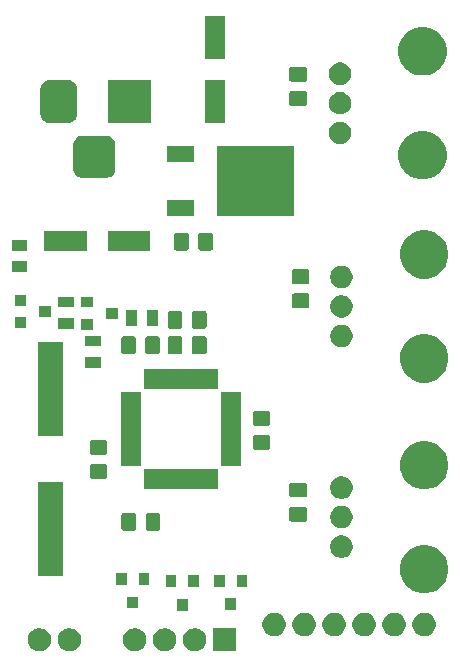
<source format=gbr>
G04 #@! TF.GenerationSoftware,KiCad,Pcbnew,5.0.2-bee76a0~70~ubuntu18.04.1*
G04 #@! TF.CreationDate,2019-12-16T19:01:30-05:00*
G04 #@! TF.ProjectId,LEDStuff,4c454453-7475-4666-962e-6b696361645f,rev?*
G04 #@! TF.SameCoordinates,Original*
G04 #@! TF.FileFunction,Soldermask,Top*
G04 #@! TF.FilePolarity,Negative*
%FSLAX46Y46*%
G04 Gerber Fmt 4.6, Leading zero omitted, Abs format (unit mm)*
G04 Created by KiCad (PCBNEW 5.0.2-bee76a0~70~ubuntu18.04.1) date Mon 16 Dec 2019 07:01:30 PM EST*
%MOMM*%
%LPD*%
G01*
G04 APERTURE LIST*
%ADD10C,0.100000*%
G04 APERTURE END LIST*
D10*
G36*
X136829003Y-120347275D02*
X136829005Y-120347276D01*
X136829006Y-120347276D01*
X137009320Y-120421964D01*
X137169410Y-120528933D01*
X137171601Y-120530397D01*
X137309603Y-120668399D01*
X137309605Y-120668402D01*
X137418036Y-120830680D01*
X137492724Y-121010994D01*
X137530800Y-121202415D01*
X137530800Y-121397585D01*
X137492724Y-121589006D01*
X137418036Y-121769320D01*
X137418035Y-121769321D01*
X137309603Y-121931601D01*
X137171601Y-122069603D01*
X137171598Y-122069605D01*
X137009320Y-122178036D01*
X136829006Y-122252724D01*
X136829005Y-122252724D01*
X136829003Y-122252725D01*
X136637587Y-122290800D01*
X136442413Y-122290800D01*
X136250997Y-122252725D01*
X136250995Y-122252724D01*
X136250994Y-122252724D01*
X136070680Y-122178036D01*
X135908402Y-122069605D01*
X135908399Y-122069603D01*
X135770397Y-121931601D01*
X135661965Y-121769321D01*
X135661964Y-121769320D01*
X135587276Y-121589006D01*
X135549200Y-121397585D01*
X135549200Y-121202415D01*
X135587276Y-121010994D01*
X135661964Y-120830680D01*
X135770395Y-120668402D01*
X135770397Y-120668399D01*
X135908399Y-120530397D01*
X135910590Y-120528933D01*
X136070680Y-120421964D01*
X136250994Y-120347276D01*
X136250995Y-120347276D01*
X136250997Y-120347275D01*
X136442413Y-120309200D01*
X136637587Y-120309200D01*
X136829003Y-120347275D01*
X136829003Y-120347275D01*
G37*
G36*
X147449003Y-120347275D02*
X147449005Y-120347276D01*
X147449006Y-120347276D01*
X147629320Y-120421964D01*
X147789410Y-120528933D01*
X147791601Y-120530397D01*
X147929603Y-120668399D01*
X147929605Y-120668402D01*
X148038036Y-120830680D01*
X148112724Y-121010994D01*
X148150800Y-121202415D01*
X148150800Y-121397585D01*
X148112724Y-121589006D01*
X148038036Y-121769320D01*
X148038035Y-121769321D01*
X147929603Y-121931601D01*
X147791601Y-122069603D01*
X147791598Y-122069605D01*
X147629320Y-122178036D01*
X147449006Y-122252724D01*
X147449005Y-122252724D01*
X147449003Y-122252725D01*
X147257587Y-122290800D01*
X147062413Y-122290800D01*
X146870997Y-122252725D01*
X146870995Y-122252724D01*
X146870994Y-122252724D01*
X146690680Y-122178036D01*
X146528402Y-122069605D01*
X146528399Y-122069603D01*
X146390397Y-121931601D01*
X146281965Y-121769321D01*
X146281964Y-121769320D01*
X146207276Y-121589006D01*
X146169200Y-121397585D01*
X146169200Y-121202415D01*
X146207276Y-121010994D01*
X146281964Y-120830680D01*
X146390395Y-120668402D01*
X146390397Y-120668399D01*
X146528399Y-120530397D01*
X146530590Y-120528933D01*
X146690680Y-120421964D01*
X146870994Y-120347276D01*
X146870995Y-120347276D01*
X146870997Y-120347275D01*
X147062413Y-120309200D01*
X147257587Y-120309200D01*
X147449003Y-120347275D01*
X147449003Y-120347275D01*
G37*
G36*
X150690800Y-122290800D02*
X148709200Y-122290800D01*
X148709200Y-120309200D01*
X150690800Y-120309200D01*
X150690800Y-122290800D01*
X150690800Y-122290800D01*
G37*
G36*
X144909003Y-120347275D02*
X144909005Y-120347276D01*
X144909006Y-120347276D01*
X145089320Y-120421964D01*
X145249410Y-120528933D01*
X145251601Y-120530397D01*
X145389603Y-120668399D01*
X145389605Y-120668402D01*
X145498036Y-120830680D01*
X145572724Y-121010994D01*
X145610800Y-121202415D01*
X145610800Y-121397585D01*
X145572724Y-121589006D01*
X145498036Y-121769320D01*
X145498035Y-121769321D01*
X145389603Y-121931601D01*
X145251601Y-122069603D01*
X145251598Y-122069605D01*
X145089320Y-122178036D01*
X144909006Y-122252724D01*
X144909005Y-122252724D01*
X144909003Y-122252725D01*
X144717587Y-122290800D01*
X144522413Y-122290800D01*
X144330997Y-122252725D01*
X144330995Y-122252724D01*
X144330994Y-122252724D01*
X144150680Y-122178036D01*
X143988402Y-122069605D01*
X143988399Y-122069603D01*
X143850397Y-121931601D01*
X143741965Y-121769321D01*
X143741964Y-121769320D01*
X143667276Y-121589006D01*
X143629200Y-121397585D01*
X143629200Y-121202415D01*
X143667276Y-121010994D01*
X143741964Y-120830680D01*
X143850395Y-120668402D01*
X143850397Y-120668399D01*
X143988399Y-120530397D01*
X143990590Y-120528933D01*
X144150680Y-120421964D01*
X144330994Y-120347276D01*
X144330995Y-120347276D01*
X144330997Y-120347275D01*
X144522413Y-120309200D01*
X144717587Y-120309200D01*
X144909003Y-120347275D01*
X144909003Y-120347275D01*
G37*
G36*
X134289003Y-120347275D02*
X134289005Y-120347276D01*
X134289006Y-120347276D01*
X134469320Y-120421964D01*
X134629410Y-120528933D01*
X134631601Y-120530397D01*
X134769603Y-120668399D01*
X134769605Y-120668402D01*
X134878036Y-120830680D01*
X134952724Y-121010994D01*
X134990800Y-121202415D01*
X134990800Y-121397585D01*
X134952724Y-121589006D01*
X134878036Y-121769320D01*
X134878035Y-121769321D01*
X134769603Y-121931601D01*
X134631601Y-122069603D01*
X134631598Y-122069605D01*
X134469320Y-122178036D01*
X134289006Y-122252724D01*
X134289005Y-122252724D01*
X134289003Y-122252725D01*
X134097587Y-122290800D01*
X133902413Y-122290800D01*
X133710997Y-122252725D01*
X133710995Y-122252724D01*
X133710994Y-122252724D01*
X133530680Y-122178036D01*
X133368402Y-122069605D01*
X133368399Y-122069603D01*
X133230397Y-121931601D01*
X133121965Y-121769321D01*
X133121964Y-121769320D01*
X133047276Y-121589006D01*
X133009200Y-121397585D01*
X133009200Y-121202415D01*
X133047276Y-121010994D01*
X133121964Y-120830680D01*
X133230395Y-120668402D01*
X133230397Y-120668399D01*
X133368399Y-120530397D01*
X133370590Y-120528933D01*
X133530680Y-120421964D01*
X133710994Y-120347276D01*
X133710995Y-120347276D01*
X133710997Y-120347275D01*
X133902413Y-120309200D01*
X134097587Y-120309200D01*
X134289003Y-120347275D01*
X134289003Y-120347275D01*
G37*
G36*
X142369003Y-120347275D02*
X142369005Y-120347276D01*
X142369006Y-120347276D01*
X142549320Y-120421964D01*
X142709410Y-120528933D01*
X142711601Y-120530397D01*
X142849603Y-120668399D01*
X142849605Y-120668402D01*
X142958036Y-120830680D01*
X143032724Y-121010994D01*
X143070800Y-121202415D01*
X143070800Y-121397585D01*
X143032724Y-121589006D01*
X142958036Y-121769320D01*
X142958035Y-121769321D01*
X142849603Y-121931601D01*
X142711601Y-122069603D01*
X142711598Y-122069605D01*
X142549320Y-122178036D01*
X142369006Y-122252724D01*
X142369005Y-122252724D01*
X142369003Y-122252725D01*
X142177587Y-122290800D01*
X141982413Y-122290800D01*
X141790997Y-122252725D01*
X141790995Y-122252724D01*
X141790994Y-122252724D01*
X141610680Y-122178036D01*
X141448402Y-122069605D01*
X141448399Y-122069603D01*
X141310397Y-121931601D01*
X141201965Y-121769321D01*
X141201964Y-121769320D01*
X141127276Y-121589006D01*
X141089200Y-121397585D01*
X141089200Y-121202415D01*
X141127276Y-121010994D01*
X141201964Y-120830680D01*
X141310395Y-120668402D01*
X141310397Y-120668399D01*
X141448399Y-120530397D01*
X141450590Y-120528933D01*
X141610680Y-120421964D01*
X141790994Y-120347276D01*
X141790995Y-120347276D01*
X141790997Y-120347275D01*
X141982413Y-120309200D01*
X142177587Y-120309200D01*
X142369003Y-120347275D01*
X142369003Y-120347275D01*
G37*
G36*
X166869003Y-119047275D02*
X166869005Y-119047276D01*
X166869006Y-119047276D01*
X167049320Y-119121964D01*
X167049321Y-119121965D01*
X167211601Y-119230397D01*
X167349603Y-119368399D01*
X167349605Y-119368402D01*
X167458036Y-119530680D01*
X167532724Y-119710994D01*
X167570800Y-119902415D01*
X167570800Y-120097585D01*
X167532724Y-120289006D01*
X167458036Y-120469320D01*
X167351067Y-120629410D01*
X167349603Y-120631601D01*
X167211601Y-120769603D01*
X167211598Y-120769605D01*
X167049320Y-120878036D01*
X166869006Y-120952724D01*
X166869005Y-120952724D01*
X166869003Y-120952725D01*
X166677587Y-120990800D01*
X166482413Y-120990800D01*
X166290997Y-120952725D01*
X166290995Y-120952724D01*
X166290994Y-120952724D01*
X166110680Y-120878036D01*
X165948402Y-120769605D01*
X165948399Y-120769603D01*
X165810397Y-120631601D01*
X165808933Y-120629410D01*
X165701964Y-120469320D01*
X165627276Y-120289006D01*
X165589200Y-120097585D01*
X165589200Y-119902415D01*
X165627276Y-119710994D01*
X165701964Y-119530680D01*
X165810395Y-119368402D01*
X165810397Y-119368399D01*
X165948399Y-119230397D01*
X166110679Y-119121965D01*
X166110680Y-119121964D01*
X166290994Y-119047276D01*
X166290995Y-119047276D01*
X166290997Y-119047275D01*
X166482413Y-119009200D01*
X166677587Y-119009200D01*
X166869003Y-119047275D01*
X166869003Y-119047275D01*
G37*
G36*
X154169003Y-119047275D02*
X154169005Y-119047276D01*
X154169006Y-119047276D01*
X154349320Y-119121964D01*
X154349321Y-119121965D01*
X154511601Y-119230397D01*
X154649603Y-119368399D01*
X154649605Y-119368402D01*
X154758036Y-119530680D01*
X154832724Y-119710994D01*
X154870800Y-119902415D01*
X154870800Y-120097585D01*
X154832724Y-120289006D01*
X154758036Y-120469320D01*
X154651067Y-120629410D01*
X154649603Y-120631601D01*
X154511601Y-120769603D01*
X154511598Y-120769605D01*
X154349320Y-120878036D01*
X154169006Y-120952724D01*
X154169005Y-120952724D01*
X154169003Y-120952725D01*
X153977587Y-120990800D01*
X153782413Y-120990800D01*
X153590997Y-120952725D01*
X153590995Y-120952724D01*
X153590994Y-120952724D01*
X153410680Y-120878036D01*
X153248402Y-120769605D01*
X153248399Y-120769603D01*
X153110397Y-120631601D01*
X153108933Y-120629410D01*
X153001964Y-120469320D01*
X152927276Y-120289006D01*
X152889200Y-120097585D01*
X152889200Y-119902415D01*
X152927276Y-119710994D01*
X153001964Y-119530680D01*
X153110395Y-119368402D01*
X153110397Y-119368399D01*
X153248399Y-119230397D01*
X153410679Y-119121965D01*
X153410680Y-119121964D01*
X153590994Y-119047276D01*
X153590995Y-119047276D01*
X153590997Y-119047275D01*
X153782413Y-119009200D01*
X153977587Y-119009200D01*
X154169003Y-119047275D01*
X154169003Y-119047275D01*
G37*
G36*
X156709003Y-119047275D02*
X156709005Y-119047276D01*
X156709006Y-119047276D01*
X156889320Y-119121964D01*
X156889321Y-119121965D01*
X157051601Y-119230397D01*
X157189603Y-119368399D01*
X157189605Y-119368402D01*
X157298036Y-119530680D01*
X157372724Y-119710994D01*
X157410800Y-119902415D01*
X157410800Y-120097585D01*
X157372724Y-120289006D01*
X157298036Y-120469320D01*
X157191067Y-120629410D01*
X157189603Y-120631601D01*
X157051601Y-120769603D01*
X157051598Y-120769605D01*
X156889320Y-120878036D01*
X156709006Y-120952724D01*
X156709005Y-120952724D01*
X156709003Y-120952725D01*
X156517587Y-120990800D01*
X156322413Y-120990800D01*
X156130997Y-120952725D01*
X156130995Y-120952724D01*
X156130994Y-120952724D01*
X155950680Y-120878036D01*
X155788402Y-120769605D01*
X155788399Y-120769603D01*
X155650397Y-120631601D01*
X155648933Y-120629410D01*
X155541964Y-120469320D01*
X155467276Y-120289006D01*
X155429200Y-120097585D01*
X155429200Y-119902415D01*
X155467276Y-119710994D01*
X155541964Y-119530680D01*
X155650395Y-119368402D01*
X155650397Y-119368399D01*
X155788399Y-119230397D01*
X155950679Y-119121965D01*
X155950680Y-119121964D01*
X156130994Y-119047276D01*
X156130995Y-119047276D01*
X156130997Y-119047275D01*
X156322413Y-119009200D01*
X156517587Y-119009200D01*
X156709003Y-119047275D01*
X156709003Y-119047275D01*
G37*
G36*
X161789003Y-119047275D02*
X161789005Y-119047276D01*
X161789006Y-119047276D01*
X161969320Y-119121964D01*
X161969321Y-119121965D01*
X162131601Y-119230397D01*
X162269603Y-119368399D01*
X162269605Y-119368402D01*
X162378036Y-119530680D01*
X162452724Y-119710994D01*
X162490800Y-119902415D01*
X162490800Y-120097585D01*
X162452724Y-120289006D01*
X162378036Y-120469320D01*
X162271067Y-120629410D01*
X162269603Y-120631601D01*
X162131601Y-120769603D01*
X162131598Y-120769605D01*
X161969320Y-120878036D01*
X161789006Y-120952724D01*
X161789005Y-120952724D01*
X161789003Y-120952725D01*
X161597587Y-120990800D01*
X161402413Y-120990800D01*
X161210997Y-120952725D01*
X161210995Y-120952724D01*
X161210994Y-120952724D01*
X161030680Y-120878036D01*
X160868402Y-120769605D01*
X160868399Y-120769603D01*
X160730397Y-120631601D01*
X160728933Y-120629410D01*
X160621964Y-120469320D01*
X160547276Y-120289006D01*
X160509200Y-120097585D01*
X160509200Y-119902415D01*
X160547276Y-119710994D01*
X160621964Y-119530680D01*
X160730395Y-119368402D01*
X160730397Y-119368399D01*
X160868399Y-119230397D01*
X161030679Y-119121965D01*
X161030680Y-119121964D01*
X161210994Y-119047276D01*
X161210995Y-119047276D01*
X161210997Y-119047275D01*
X161402413Y-119009200D01*
X161597587Y-119009200D01*
X161789003Y-119047275D01*
X161789003Y-119047275D01*
G37*
G36*
X164329003Y-119047275D02*
X164329005Y-119047276D01*
X164329006Y-119047276D01*
X164509320Y-119121964D01*
X164509321Y-119121965D01*
X164671601Y-119230397D01*
X164809603Y-119368399D01*
X164809605Y-119368402D01*
X164918036Y-119530680D01*
X164992724Y-119710994D01*
X165030800Y-119902415D01*
X165030800Y-120097585D01*
X164992724Y-120289006D01*
X164918036Y-120469320D01*
X164811067Y-120629410D01*
X164809603Y-120631601D01*
X164671601Y-120769603D01*
X164671598Y-120769605D01*
X164509320Y-120878036D01*
X164329006Y-120952724D01*
X164329005Y-120952724D01*
X164329003Y-120952725D01*
X164137587Y-120990800D01*
X163942413Y-120990800D01*
X163750997Y-120952725D01*
X163750995Y-120952724D01*
X163750994Y-120952724D01*
X163570680Y-120878036D01*
X163408402Y-120769605D01*
X163408399Y-120769603D01*
X163270397Y-120631601D01*
X163268933Y-120629410D01*
X163161964Y-120469320D01*
X163087276Y-120289006D01*
X163049200Y-120097585D01*
X163049200Y-119902415D01*
X163087276Y-119710994D01*
X163161964Y-119530680D01*
X163270395Y-119368402D01*
X163270397Y-119368399D01*
X163408399Y-119230397D01*
X163570679Y-119121965D01*
X163570680Y-119121964D01*
X163750994Y-119047276D01*
X163750995Y-119047276D01*
X163750997Y-119047275D01*
X163942413Y-119009200D01*
X164137587Y-119009200D01*
X164329003Y-119047275D01*
X164329003Y-119047275D01*
G37*
G36*
X159249003Y-119047275D02*
X159249005Y-119047276D01*
X159249006Y-119047276D01*
X159429320Y-119121964D01*
X159429321Y-119121965D01*
X159591601Y-119230397D01*
X159729603Y-119368399D01*
X159729605Y-119368402D01*
X159838036Y-119530680D01*
X159912724Y-119710994D01*
X159950800Y-119902415D01*
X159950800Y-120097585D01*
X159912724Y-120289006D01*
X159838036Y-120469320D01*
X159731067Y-120629410D01*
X159729603Y-120631601D01*
X159591601Y-120769603D01*
X159591598Y-120769605D01*
X159429320Y-120878036D01*
X159249006Y-120952724D01*
X159249005Y-120952724D01*
X159249003Y-120952725D01*
X159057587Y-120990800D01*
X158862413Y-120990800D01*
X158670997Y-120952725D01*
X158670995Y-120952724D01*
X158670994Y-120952724D01*
X158490680Y-120878036D01*
X158328402Y-120769605D01*
X158328399Y-120769603D01*
X158190397Y-120631601D01*
X158188933Y-120629410D01*
X158081964Y-120469320D01*
X158007276Y-120289006D01*
X157969200Y-120097585D01*
X157969200Y-119902415D01*
X158007276Y-119710994D01*
X158081964Y-119530680D01*
X158190395Y-119368402D01*
X158190397Y-119368399D01*
X158328399Y-119230397D01*
X158490679Y-119121965D01*
X158490680Y-119121964D01*
X158670994Y-119047276D01*
X158670995Y-119047276D01*
X158670997Y-119047275D01*
X158862413Y-119009200D01*
X159057587Y-119009200D01*
X159249003Y-119047275D01*
X159249003Y-119047275D01*
G37*
G36*
X146551800Y-118823600D02*
X145649800Y-118823600D01*
X145649800Y-117821600D01*
X146551800Y-117821600D01*
X146551800Y-118823600D01*
X146551800Y-118823600D01*
G37*
G36*
X150653900Y-118798200D02*
X149751900Y-118798200D01*
X149751900Y-117796200D01*
X150653900Y-117796200D01*
X150653900Y-118798200D01*
X150653900Y-118798200D01*
G37*
G36*
X142360800Y-118645800D02*
X141458800Y-118645800D01*
X141458800Y-117643800D01*
X142360800Y-117643800D01*
X142360800Y-118645800D01*
X142360800Y-118645800D01*
G37*
G36*
X167173752Y-113338818D02*
X167173754Y-113338819D01*
X167173755Y-113338819D01*
X167547013Y-113493427D01*
X167838804Y-113688396D01*
X167882939Y-113717886D01*
X168168614Y-114003561D01*
X168168616Y-114003564D01*
X168393073Y-114339487D01*
X168402398Y-114362000D01*
X168547682Y-114712748D01*
X168626500Y-115108993D01*
X168626500Y-115513007D01*
X168600484Y-115643800D01*
X168547681Y-115909255D01*
X168393073Y-116282513D01*
X168393072Y-116282514D01*
X168168614Y-116618439D01*
X167882939Y-116904114D01*
X167882936Y-116904116D01*
X167547013Y-117128573D01*
X167173755Y-117283181D01*
X167173754Y-117283181D01*
X167173752Y-117283182D01*
X166777507Y-117362000D01*
X166373493Y-117362000D01*
X165977248Y-117283182D01*
X165977246Y-117283181D01*
X165977245Y-117283181D01*
X165603987Y-117128573D01*
X165268064Y-116904116D01*
X165268061Y-116904114D01*
X164982386Y-116618439D01*
X164757928Y-116282514D01*
X164757927Y-116282513D01*
X164603319Y-115909255D01*
X164550517Y-115643800D01*
X164524500Y-115513007D01*
X164524500Y-115108993D01*
X164603318Y-114712748D01*
X164748602Y-114362000D01*
X164757927Y-114339487D01*
X164982384Y-114003564D01*
X164982386Y-114003561D01*
X165268061Y-113717886D01*
X165312196Y-113688396D01*
X165603987Y-113493427D01*
X165977245Y-113338819D01*
X165977246Y-113338819D01*
X165977248Y-113338818D01*
X166373493Y-113260000D01*
X166777507Y-113260000D01*
X167173752Y-113338818D01*
X167173752Y-113338818D01*
G37*
G36*
X147501800Y-116823600D02*
X146599800Y-116823600D01*
X146599800Y-115821600D01*
X147501800Y-115821600D01*
X147501800Y-116823600D01*
X147501800Y-116823600D01*
G37*
G36*
X145601800Y-116823600D02*
X144699800Y-116823600D01*
X144699800Y-115821600D01*
X145601800Y-115821600D01*
X145601800Y-116823600D01*
X145601800Y-116823600D01*
G37*
G36*
X151603900Y-116798200D02*
X150701900Y-116798200D01*
X150701900Y-115796200D01*
X151603900Y-115796200D01*
X151603900Y-116798200D01*
X151603900Y-116798200D01*
G37*
G36*
X149703900Y-116798200D02*
X148801900Y-116798200D01*
X148801900Y-115796200D01*
X149703900Y-115796200D01*
X149703900Y-116798200D01*
X149703900Y-116798200D01*
G37*
G36*
X143310800Y-116645800D02*
X142408800Y-116645800D01*
X142408800Y-115643800D01*
X143310800Y-115643800D01*
X143310800Y-116645800D01*
X143310800Y-116645800D01*
G37*
G36*
X141410800Y-116645800D02*
X140508800Y-116645800D01*
X140508800Y-115643800D01*
X141410800Y-115643800D01*
X141410800Y-116645800D01*
X141410800Y-116645800D01*
G37*
G36*
X136026600Y-115920200D02*
X133924600Y-115920200D01*
X133924600Y-107943200D01*
X136026600Y-107943200D01*
X136026600Y-115920200D01*
X136026600Y-115920200D01*
G37*
G36*
X159852896Y-112496546D02*
X160025966Y-112568234D01*
X160181730Y-112672312D01*
X160314188Y-112804770D01*
X160418266Y-112960534D01*
X160489954Y-113133604D01*
X160526500Y-113317333D01*
X160526500Y-113504667D01*
X160489954Y-113688396D01*
X160418266Y-113861466D01*
X160314188Y-114017230D01*
X160181730Y-114149688D01*
X160025966Y-114253766D01*
X159852896Y-114325454D01*
X159669167Y-114362000D01*
X159481833Y-114362000D01*
X159298104Y-114325454D01*
X159125034Y-114253766D01*
X158969270Y-114149688D01*
X158836812Y-114017230D01*
X158732734Y-113861466D01*
X158661046Y-113688396D01*
X158624500Y-113504667D01*
X158624500Y-113317333D01*
X158661046Y-113133604D01*
X158732734Y-112960534D01*
X158836812Y-112804770D01*
X158969270Y-112672312D01*
X159125034Y-112568234D01*
X159298104Y-112496546D01*
X159481833Y-112460000D01*
X159669167Y-112460000D01*
X159852896Y-112496546D01*
X159852896Y-112496546D01*
G37*
G36*
X144087977Y-110556265D02*
X144125664Y-110567698D01*
X144160403Y-110586266D01*
X144190848Y-110611252D01*
X144215834Y-110641697D01*
X144234402Y-110676436D01*
X144245835Y-110714123D01*
X144250300Y-110759461D01*
X144250300Y-111846139D01*
X144245835Y-111891477D01*
X144234402Y-111929164D01*
X144215834Y-111963903D01*
X144190848Y-111994348D01*
X144160403Y-112019334D01*
X144125664Y-112037902D01*
X144087977Y-112049335D01*
X144042639Y-112053800D01*
X143205961Y-112053800D01*
X143160623Y-112049335D01*
X143122936Y-112037902D01*
X143088197Y-112019334D01*
X143057752Y-111994348D01*
X143032766Y-111963903D01*
X143014198Y-111929164D01*
X143002765Y-111891477D01*
X142998300Y-111846139D01*
X142998300Y-110759461D01*
X143002765Y-110714123D01*
X143014198Y-110676436D01*
X143032766Y-110641697D01*
X143057752Y-110611252D01*
X143088197Y-110586266D01*
X143122936Y-110567698D01*
X143160623Y-110556265D01*
X143205961Y-110551800D01*
X144042639Y-110551800D01*
X144087977Y-110556265D01*
X144087977Y-110556265D01*
G37*
G36*
X142037977Y-110556265D02*
X142075664Y-110567698D01*
X142110403Y-110586266D01*
X142140848Y-110611252D01*
X142165834Y-110641697D01*
X142184402Y-110676436D01*
X142195835Y-110714123D01*
X142200300Y-110759461D01*
X142200300Y-111846139D01*
X142195835Y-111891477D01*
X142184402Y-111929164D01*
X142165834Y-111963903D01*
X142140848Y-111994348D01*
X142110403Y-112019334D01*
X142075664Y-112037902D01*
X142037977Y-112049335D01*
X141992639Y-112053800D01*
X141155961Y-112053800D01*
X141110623Y-112049335D01*
X141072936Y-112037902D01*
X141038197Y-112019334D01*
X141007752Y-111994348D01*
X140982766Y-111963903D01*
X140964198Y-111929164D01*
X140952765Y-111891477D01*
X140948300Y-111846139D01*
X140948300Y-110759461D01*
X140952765Y-110714123D01*
X140964198Y-110676436D01*
X140982766Y-110641697D01*
X141007752Y-110611252D01*
X141038197Y-110586266D01*
X141072936Y-110567698D01*
X141110623Y-110556265D01*
X141155961Y-110551800D01*
X141992639Y-110551800D01*
X142037977Y-110556265D01*
X142037977Y-110556265D01*
G37*
G36*
X159852896Y-109996546D02*
X160025966Y-110068234D01*
X160181730Y-110172312D01*
X160314188Y-110304770D01*
X160418266Y-110460534D01*
X160489954Y-110633604D01*
X160526500Y-110817333D01*
X160526500Y-111004667D01*
X160489954Y-111188396D01*
X160418266Y-111361466D01*
X160314188Y-111517230D01*
X160181730Y-111649688D01*
X160025966Y-111753766D01*
X159852896Y-111825454D01*
X159669167Y-111862000D01*
X159481833Y-111862000D01*
X159298104Y-111825454D01*
X159125034Y-111753766D01*
X158969270Y-111649688D01*
X158836812Y-111517230D01*
X158732734Y-111361466D01*
X158661046Y-111188396D01*
X158624500Y-111004667D01*
X158624500Y-110817333D01*
X158661046Y-110633604D01*
X158732734Y-110460534D01*
X158836812Y-110304770D01*
X158969270Y-110172312D01*
X159125034Y-110068234D01*
X159298104Y-109996546D01*
X159481833Y-109960000D01*
X159669167Y-109960000D01*
X159852896Y-109996546D01*
X159852896Y-109996546D01*
G37*
G36*
X156506577Y-110046265D02*
X156544264Y-110057698D01*
X156579003Y-110076266D01*
X156609448Y-110101252D01*
X156634434Y-110131697D01*
X156653002Y-110166436D01*
X156664435Y-110204123D01*
X156668900Y-110249461D01*
X156668900Y-111086139D01*
X156664435Y-111131477D01*
X156653002Y-111169164D01*
X156634434Y-111203903D01*
X156609448Y-111234348D01*
X156579003Y-111259334D01*
X156544264Y-111277902D01*
X156506577Y-111289335D01*
X156461239Y-111293800D01*
X155374561Y-111293800D01*
X155329223Y-111289335D01*
X155291536Y-111277902D01*
X155256797Y-111259334D01*
X155226352Y-111234348D01*
X155201366Y-111203903D01*
X155182798Y-111169164D01*
X155171365Y-111131477D01*
X155166900Y-111086139D01*
X155166900Y-110249461D01*
X155171365Y-110204123D01*
X155182798Y-110166436D01*
X155201366Y-110131697D01*
X155226352Y-110101252D01*
X155256797Y-110076266D01*
X155291536Y-110057698D01*
X155329223Y-110046265D01*
X155374561Y-110041800D01*
X156461239Y-110041800D01*
X156506577Y-110046265D01*
X156506577Y-110046265D01*
G37*
G36*
X159852896Y-107496546D02*
X160025966Y-107568234D01*
X160181730Y-107672312D01*
X160314188Y-107804770D01*
X160418266Y-107960534D01*
X160489954Y-108133604D01*
X160526500Y-108317333D01*
X160526500Y-108504667D01*
X160489954Y-108688396D01*
X160418266Y-108861466D01*
X160314188Y-109017230D01*
X160181730Y-109149688D01*
X160025966Y-109253766D01*
X159852896Y-109325454D01*
X159669167Y-109362000D01*
X159481833Y-109362000D01*
X159298104Y-109325454D01*
X159125034Y-109253766D01*
X158969270Y-109149688D01*
X158836812Y-109017230D01*
X158732734Y-108861466D01*
X158661046Y-108688396D01*
X158624500Y-108504667D01*
X158624500Y-108317333D01*
X158661046Y-108133604D01*
X158732734Y-107960534D01*
X158836812Y-107804770D01*
X158969270Y-107672312D01*
X159125034Y-107568234D01*
X159298104Y-107496546D01*
X159481833Y-107460000D01*
X159669167Y-107460000D01*
X159852896Y-107496546D01*
X159852896Y-107496546D01*
G37*
G36*
X156506577Y-107996265D02*
X156544264Y-108007698D01*
X156579003Y-108026266D01*
X156609448Y-108051252D01*
X156634434Y-108081697D01*
X156653002Y-108116436D01*
X156664435Y-108154123D01*
X156668900Y-108199461D01*
X156668900Y-109036139D01*
X156664435Y-109081477D01*
X156653002Y-109119164D01*
X156634434Y-109153903D01*
X156609448Y-109184348D01*
X156579003Y-109209334D01*
X156544264Y-109227902D01*
X156506577Y-109239335D01*
X156461239Y-109243800D01*
X155374561Y-109243800D01*
X155329223Y-109239335D01*
X155291536Y-109227902D01*
X155256797Y-109209334D01*
X155226352Y-109184348D01*
X155201366Y-109153903D01*
X155182798Y-109119164D01*
X155171365Y-109081477D01*
X155166900Y-109036139D01*
X155166900Y-108199461D01*
X155171365Y-108154123D01*
X155182798Y-108116436D01*
X155201366Y-108081697D01*
X155226352Y-108051252D01*
X155256797Y-108026266D01*
X155291536Y-108007698D01*
X155329223Y-107996265D01*
X155374561Y-107991800D01*
X156461239Y-107991800D01*
X156506577Y-107996265D01*
X156506577Y-107996265D01*
G37*
G36*
X149125200Y-108567900D02*
X142873200Y-108567900D01*
X142873200Y-106865900D01*
X149125200Y-106865900D01*
X149125200Y-108567900D01*
X149125200Y-108567900D01*
G37*
G36*
X167173752Y-104538818D02*
X167173754Y-104538819D01*
X167173755Y-104538819D01*
X167547013Y-104693427D01*
X167547014Y-104693428D01*
X167882939Y-104917886D01*
X168168614Y-105203561D01*
X168168616Y-105203564D01*
X168393073Y-105539487D01*
X168547681Y-105912745D01*
X168547682Y-105912748D01*
X168626500Y-106308993D01*
X168626500Y-106713007D01*
X168596088Y-106865900D01*
X168547681Y-107109255D01*
X168393073Y-107482513D01*
X168268419Y-107669070D01*
X168168614Y-107818439D01*
X167882939Y-108104114D01*
X167882936Y-108104116D01*
X167547013Y-108328573D01*
X167173755Y-108483181D01*
X167173754Y-108483181D01*
X167173752Y-108483182D01*
X166777507Y-108562000D01*
X166373493Y-108562000D01*
X165977248Y-108483182D01*
X165977246Y-108483181D01*
X165977245Y-108483181D01*
X165603987Y-108328573D01*
X165268064Y-108104116D01*
X165268061Y-108104114D01*
X164982386Y-107818439D01*
X164882581Y-107669070D01*
X164757927Y-107482513D01*
X164603319Y-107109255D01*
X164554913Y-106865900D01*
X164524500Y-106713007D01*
X164524500Y-106308993D01*
X164603318Y-105912748D01*
X164603319Y-105912745D01*
X164757927Y-105539487D01*
X164982384Y-105203564D01*
X164982386Y-105203561D01*
X165268061Y-104917886D01*
X165603986Y-104693428D01*
X165603987Y-104693427D01*
X165977245Y-104538819D01*
X165977246Y-104538819D01*
X165977248Y-104538818D01*
X166373493Y-104460000D01*
X166777507Y-104460000D01*
X167173752Y-104538818D01*
X167173752Y-104538818D01*
G37*
G36*
X139590177Y-106426765D02*
X139627864Y-106438198D01*
X139662603Y-106456766D01*
X139693048Y-106481752D01*
X139718034Y-106512197D01*
X139736602Y-106546936D01*
X139748035Y-106584623D01*
X139752500Y-106629961D01*
X139752500Y-107466639D01*
X139748035Y-107511977D01*
X139736602Y-107549664D01*
X139718034Y-107584403D01*
X139693048Y-107614848D01*
X139662603Y-107639834D01*
X139627864Y-107658402D01*
X139590177Y-107669835D01*
X139544839Y-107674300D01*
X138458161Y-107674300D01*
X138412823Y-107669835D01*
X138375136Y-107658402D01*
X138340397Y-107639834D01*
X138309952Y-107614848D01*
X138284966Y-107584403D01*
X138266398Y-107549664D01*
X138254965Y-107511977D01*
X138250500Y-107466639D01*
X138250500Y-106629961D01*
X138254965Y-106584623D01*
X138266398Y-106546936D01*
X138284966Y-106512197D01*
X138309952Y-106481752D01*
X138340397Y-106456766D01*
X138375136Y-106438198D01*
X138412823Y-106426765D01*
X138458161Y-106422300D01*
X139544839Y-106422300D01*
X139590177Y-106426765D01*
X139590177Y-106426765D01*
G37*
G36*
X142600200Y-106592900D02*
X140898200Y-106592900D01*
X140898200Y-100340900D01*
X142600200Y-100340900D01*
X142600200Y-106592900D01*
X142600200Y-106592900D01*
G37*
G36*
X151100200Y-106592900D02*
X149398200Y-106592900D01*
X149398200Y-100340900D01*
X151100200Y-100340900D01*
X151100200Y-106592900D01*
X151100200Y-106592900D01*
G37*
G36*
X139590177Y-104376765D02*
X139627864Y-104388198D01*
X139662603Y-104406766D01*
X139693048Y-104431752D01*
X139718034Y-104462197D01*
X139736602Y-104496936D01*
X139748035Y-104534623D01*
X139752500Y-104579961D01*
X139752500Y-105416639D01*
X139748035Y-105461977D01*
X139736602Y-105499664D01*
X139718034Y-105534403D01*
X139693048Y-105564848D01*
X139662603Y-105589834D01*
X139627864Y-105608402D01*
X139590177Y-105619835D01*
X139544839Y-105624300D01*
X138458161Y-105624300D01*
X138412823Y-105619835D01*
X138375136Y-105608402D01*
X138340397Y-105589834D01*
X138309952Y-105564848D01*
X138284966Y-105534403D01*
X138266398Y-105499664D01*
X138254965Y-105461977D01*
X138250500Y-105416639D01*
X138250500Y-104579961D01*
X138254965Y-104534623D01*
X138266398Y-104496936D01*
X138284966Y-104462197D01*
X138309952Y-104431752D01*
X138340397Y-104406766D01*
X138375136Y-104388198D01*
X138412823Y-104376765D01*
X138458161Y-104372300D01*
X139544839Y-104372300D01*
X139590177Y-104376765D01*
X139590177Y-104376765D01*
G37*
G36*
X153395077Y-103975665D02*
X153432764Y-103987098D01*
X153467503Y-104005666D01*
X153497948Y-104030652D01*
X153522934Y-104061097D01*
X153541502Y-104095836D01*
X153552935Y-104133523D01*
X153557400Y-104178861D01*
X153557400Y-105015539D01*
X153552935Y-105060877D01*
X153541502Y-105098564D01*
X153522934Y-105133303D01*
X153497948Y-105163748D01*
X153467503Y-105188734D01*
X153432764Y-105207302D01*
X153395077Y-105218735D01*
X153349739Y-105223200D01*
X152263061Y-105223200D01*
X152217723Y-105218735D01*
X152180036Y-105207302D01*
X152145297Y-105188734D01*
X152114852Y-105163748D01*
X152089866Y-105133303D01*
X152071298Y-105098564D01*
X152059865Y-105060877D01*
X152055400Y-105015539D01*
X152055400Y-104178861D01*
X152059865Y-104133523D01*
X152071298Y-104095836D01*
X152089866Y-104061097D01*
X152114852Y-104030652D01*
X152145297Y-104005666D01*
X152180036Y-103987098D01*
X152217723Y-103975665D01*
X152263061Y-103971200D01*
X153349739Y-103971200D01*
X153395077Y-103975665D01*
X153395077Y-103975665D01*
G37*
G36*
X136026600Y-104045200D02*
X133924600Y-104045200D01*
X133924600Y-96068200D01*
X136026600Y-96068200D01*
X136026600Y-104045200D01*
X136026600Y-104045200D01*
G37*
G36*
X153395077Y-101925665D02*
X153432764Y-101937098D01*
X153467503Y-101955666D01*
X153497948Y-101980652D01*
X153522934Y-102011097D01*
X153541502Y-102045836D01*
X153552935Y-102083523D01*
X153557400Y-102128861D01*
X153557400Y-102965539D01*
X153552935Y-103010877D01*
X153541502Y-103048564D01*
X153522934Y-103083303D01*
X153497948Y-103113748D01*
X153467503Y-103138734D01*
X153432764Y-103157302D01*
X153395077Y-103168735D01*
X153349739Y-103173200D01*
X152263061Y-103173200D01*
X152217723Y-103168735D01*
X152180036Y-103157302D01*
X152145297Y-103138734D01*
X152114852Y-103113748D01*
X152089866Y-103083303D01*
X152071298Y-103048564D01*
X152059865Y-103010877D01*
X152055400Y-102965539D01*
X152055400Y-102128861D01*
X152059865Y-102083523D01*
X152071298Y-102045836D01*
X152089866Y-102011097D01*
X152114852Y-101980652D01*
X152145297Y-101955666D01*
X152180036Y-101937098D01*
X152217723Y-101925665D01*
X152263061Y-101921200D01*
X153349739Y-101921200D01*
X153395077Y-101925665D01*
X153395077Y-101925665D01*
G37*
G36*
X149125200Y-100067900D02*
X142873200Y-100067900D01*
X142873200Y-98365900D01*
X149125200Y-98365900D01*
X149125200Y-100067900D01*
X149125200Y-100067900D01*
G37*
G36*
X167173752Y-95495318D02*
X167173754Y-95495319D01*
X167173755Y-95495319D01*
X167547013Y-95649927D01*
X167740069Y-95778923D01*
X167882939Y-95874386D01*
X168168614Y-96160061D01*
X168168616Y-96160064D01*
X168393073Y-96495987D01*
X168547681Y-96869245D01*
X168547682Y-96869248D01*
X168593867Y-97101435D01*
X168626500Y-97265494D01*
X168626500Y-97669506D01*
X168547681Y-98065755D01*
X168393073Y-98439013D01*
X168393072Y-98439014D01*
X168168614Y-98774939D01*
X167882939Y-99060614D01*
X167882936Y-99060616D01*
X167547013Y-99285073D01*
X167173755Y-99439681D01*
X167173754Y-99439681D01*
X167173752Y-99439682D01*
X166777507Y-99518500D01*
X166373493Y-99518500D01*
X165977248Y-99439682D01*
X165977246Y-99439681D01*
X165977245Y-99439681D01*
X165603987Y-99285073D01*
X165268064Y-99060616D01*
X165268061Y-99060614D01*
X164982386Y-98774939D01*
X164757928Y-98439014D01*
X164757927Y-98439013D01*
X164603319Y-98065755D01*
X164524500Y-97669506D01*
X164524500Y-97265494D01*
X164557133Y-97101435D01*
X164603318Y-96869248D01*
X164603319Y-96869245D01*
X164757927Y-96495987D01*
X164982384Y-96160064D01*
X164982386Y-96160061D01*
X165268061Y-95874386D01*
X165410931Y-95778923D01*
X165603987Y-95649927D01*
X165977245Y-95495319D01*
X165977246Y-95495319D01*
X165977248Y-95495318D01*
X166373493Y-95416500D01*
X166777507Y-95416500D01*
X167173752Y-95495318D01*
X167173752Y-95495318D01*
G37*
G36*
X139200440Y-98248940D02*
X137899560Y-98248940D01*
X137899560Y-97349380D01*
X139200440Y-97349380D01*
X139200440Y-98248940D01*
X139200440Y-98248940D01*
G37*
G36*
X142008877Y-95621065D02*
X142046564Y-95632498D01*
X142081303Y-95651066D01*
X142111748Y-95676052D01*
X142136734Y-95706497D01*
X142155302Y-95741236D01*
X142166735Y-95778923D01*
X142171200Y-95824261D01*
X142171200Y-96910939D01*
X142166735Y-96956277D01*
X142155302Y-96993964D01*
X142136734Y-97028703D01*
X142111748Y-97059148D01*
X142081303Y-97084134D01*
X142046564Y-97102702D01*
X142008877Y-97114135D01*
X141963539Y-97118600D01*
X141126861Y-97118600D01*
X141081523Y-97114135D01*
X141043836Y-97102702D01*
X141009097Y-97084134D01*
X140978652Y-97059148D01*
X140953666Y-97028703D01*
X140935098Y-96993964D01*
X140923665Y-96956277D01*
X140919200Y-96910939D01*
X140919200Y-95824261D01*
X140923665Y-95778923D01*
X140935098Y-95741236D01*
X140953666Y-95706497D01*
X140978652Y-95676052D01*
X141009097Y-95651066D01*
X141043836Y-95632498D01*
X141081523Y-95621065D01*
X141126861Y-95616600D01*
X141963539Y-95616600D01*
X142008877Y-95621065D01*
X142008877Y-95621065D01*
G37*
G36*
X144058877Y-95621065D02*
X144096564Y-95632498D01*
X144131303Y-95651066D01*
X144161748Y-95676052D01*
X144186734Y-95706497D01*
X144205302Y-95741236D01*
X144216735Y-95778923D01*
X144221200Y-95824261D01*
X144221200Y-96910939D01*
X144216735Y-96956277D01*
X144205302Y-96993964D01*
X144186734Y-97028703D01*
X144161748Y-97059148D01*
X144131303Y-97084134D01*
X144096564Y-97102702D01*
X144058877Y-97114135D01*
X144013539Y-97118600D01*
X143176861Y-97118600D01*
X143131523Y-97114135D01*
X143093836Y-97102702D01*
X143059097Y-97084134D01*
X143028652Y-97059148D01*
X143003666Y-97028703D01*
X142985098Y-96993964D01*
X142973665Y-96956277D01*
X142969200Y-96910939D01*
X142969200Y-95824261D01*
X142973665Y-95778923D01*
X142985098Y-95741236D01*
X143003666Y-95706497D01*
X143028652Y-95676052D01*
X143059097Y-95651066D01*
X143093836Y-95632498D01*
X143131523Y-95621065D01*
X143176861Y-95616600D01*
X144013539Y-95616600D01*
X144058877Y-95621065D01*
X144058877Y-95621065D01*
G37*
G36*
X145949577Y-95608365D02*
X145987264Y-95619798D01*
X146022003Y-95638366D01*
X146052448Y-95663352D01*
X146077434Y-95693797D01*
X146096002Y-95728536D01*
X146107435Y-95766223D01*
X146111900Y-95811561D01*
X146111900Y-96898239D01*
X146107435Y-96943577D01*
X146096002Y-96981264D01*
X146077434Y-97016003D01*
X146052448Y-97046448D01*
X146022003Y-97071434D01*
X145987264Y-97090002D01*
X145949577Y-97101435D01*
X145904239Y-97105900D01*
X145067561Y-97105900D01*
X145022223Y-97101435D01*
X144984536Y-97090002D01*
X144949797Y-97071434D01*
X144919352Y-97046448D01*
X144894366Y-97016003D01*
X144875798Y-96981264D01*
X144864365Y-96943577D01*
X144859900Y-96898239D01*
X144859900Y-95811561D01*
X144864365Y-95766223D01*
X144875798Y-95728536D01*
X144894366Y-95693797D01*
X144919352Y-95663352D01*
X144949797Y-95638366D01*
X144984536Y-95619798D01*
X145022223Y-95608365D01*
X145067561Y-95603900D01*
X145904239Y-95603900D01*
X145949577Y-95608365D01*
X145949577Y-95608365D01*
G37*
G36*
X147999577Y-95608365D02*
X148037264Y-95619798D01*
X148072003Y-95638366D01*
X148102448Y-95663352D01*
X148127434Y-95693797D01*
X148146002Y-95728536D01*
X148157435Y-95766223D01*
X148161900Y-95811561D01*
X148161900Y-96898239D01*
X148157435Y-96943577D01*
X148146002Y-96981264D01*
X148127434Y-97016003D01*
X148102448Y-97046448D01*
X148072003Y-97071434D01*
X148037264Y-97090002D01*
X147999577Y-97101435D01*
X147954239Y-97105900D01*
X147117561Y-97105900D01*
X147072223Y-97101435D01*
X147034536Y-97090002D01*
X146999797Y-97071434D01*
X146969352Y-97046448D01*
X146944366Y-97016003D01*
X146925798Y-96981264D01*
X146914365Y-96943577D01*
X146909900Y-96898239D01*
X146909900Y-95811561D01*
X146914365Y-95766223D01*
X146925798Y-95728536D01*
X146944366Y-95693797D01*
X146969352Y-95663352D01*
X146999797Y-95638366D01*
X147034536Y-95619798D01*
X147072223Y-95608365D01*
X147117561Y-95603900D01*
X147954239Y-95603900D01*
X147999577Y-95608365D01*
X147999577Y-95608365D01*
G37*
G36*
X159852896Y-94653046D02*
X160025966Y-94724734D01*
X160181730Y-94828812D01*
X160314188Y-94961270D01*
X160418266Y-95117034D01*
X160489954Y-95290104D01*
X160526500Y-95473833D01*
X160526500Y-95661167D01*
X160489954Y-95844896D01*
X160418266Y-96017966D01*
X160314188Y-96173730D01*
X160181730Y-96306188D01*
X160025966Y-96410266D01*
X159852896Y-96481954D01*
X159669167Y-96518500D01*
X159481833Y-96518500D01*
X159298104Y-96481954D01*
X159125034Y-96410266D01*
X158969270Y-96306188D01*
X158836812Y-96173730D01*
X158732734Y-96017966D01*
X158661046Y-95844896D01*
X158624500Y-95661167D01*
X158624500Y-95473833D01*
X158661046Y-95290104D01*
X158732734Y-95117034D01*
X158836812Y-94961270D01*
X158969270Y-94828812D01*
X159125034Y-94724734D01*
X159298104Y-94653046D01*
X159481833Y-94616500D01*
X159669167Y-94616500D01*
X159852896Y-94653046D01*
X159852896Y-94653046D01*
G37*
G36*
X139200440Y-96450620D02*
X137899560Y-96450620D01*
X137899560Y-95551060D01*
X139200440Y-95551060D01*
X139200440Y-96450620D01*
X139200440Y-96450620D01*
G37*
G36*
X138552360Y-95049740D02*
X137551200Y-95049740D01*
X137551200Y-94150180D01*
X138552360Y-94150180D01*
X138552360Y-95049740D01*
X138552360Y-95049740D01*
G37*
G36*
X145949577Y-93462065D02*
X145987264Y-93473498D01*
X146022003Y-93492066D01*
X146052448Y-93517052D01*
X146077434Y-93547497D01*
X146096002Y-93582236D01*
X146107435Y-93619923D01*
X146111900Y-93665261D01*
X146111900Y-94751939D01*
X146107435Y-94797277D01*
X146096002Y-94834964D01*
X146077434Y-94869703D01*
X146052448Y-94900148D01*
X146022003Y-94925134D01*
X145987264Y-94943702D01*
X145949577Y-94955135D01*
X145904239Y-94959600D01*
X145067561Y-94959600D01*
X145022223Y-94955135D01*
X144984536Y-94943702D01*
X144949797Y-94925134D01*
X144919352Y-94900148D01*
X144894366Y-94869703D01*
X144875798Y-94834964D01*
X144864365Y-94797277D01*
X144859900Y-94751939D01*
X144859900Y-93665261D01*
X144864365Y-93619923D01*
X144875798Y-93582236D01*
X144894366Y-93547497D01*
X144919352Y-93517052D01*
X144949797Y-93492066D01*
X144984536Y-93473498D01*
X145022223Y-93462065D01*
X145067561Y-93457600D01*
X145904239Y-93457600D01*
X145949577Y-93462065D01*
X145949577Y-93462065D01*
G37*
G36*
X147999577Y-93462065D02*
X148037264Y-93473498D01*
X148072003Y-93492066D01*
X148102448Y-93517052D01*
X148127434Y-93547497D01*
X148146002Y-93582236D01*
X148157435Y-93619923D01*
X148161900Y-93665261D01*
X148161900Y-94751939D01*
X148157435Y-94797277D01*
X148146002Y-94834964D01*
X148127434Y-94869703D01*
X148102448Y-94900148D01*
X148072003Y-94925134D01*
X148037264Y-94943702D01*
X147999577Y-94955135D01*
X147954239Y-94959600D01*
X147117561Y-94959600D01*
X147072223Y-94955135D01*
X147034536Y-94943702D01*
X146999797Y-94925134D01*
X146969352Y-94900148D01*
X146944366Y-94869703D01*
X146925798Y-94834964D01*
X146914365Y-94797277D01*
X146909900Y-94751939D01*
X146909900Y-93665261D01*
X146914365Y-93619923D01*
X146925798Y-93582236D01*
X146944366Y-93547497D01*
X146969352Y-93517052D01*
X146999797Y-93492066D01*
X147034536Y-93473498D01*
X147072223Y-93462065D01*
X147117561Y-93457600D01*
X147954239Y-93457600D01*
X147999577Y-93462065D01*
X147999577Y-93462065D01*
G37*
G36*
X136900440Y-94948100D02*
X135599560Y-94948100D01*
X135599560Y-94048540D01*
X136900440Y-94048540D01*
X136900440Y-94948100D01*
X136900440Y-94948100D01*
G37*
G36*
X132902360Y-94899740D02*
X131901200Y-94899740D01*
X131901200Y-94000180D01*
X132902360Y-94000180D01*
X132902360Y-94899740D01*
X132902360Y-94899740D01*
G37*
G36*
X144048940Y-94700440D02*
X143149380Y-94700440D01*
X143149380Y-93399560D01*
X144048940Y-93399560D01*
X144048940Y-94700440D01*
X144048940Y-94700440D01*
G37*
G36*
X142250620Y-94700440D02*
X141351060Y-94700440D01*
X141351060Y-93399560D01*
X142250620Y-93399560D01*
X142250620Y-94700440D01*
X142250620Y-94700440D01*
G37*
G36*
X140650400Y-94099780D02*
X139649240Y-94099780D01*
X139649240Y-93200220D01*
X140650400Y-93200220D01*
X140650400Y-94099780D01*
X140650400Y-94099780D01*
G37*
G36*
X159852896Y-92153046D02*
X160025966Y-92224734D01*
X160181730Y-92328812D01*
X160314188Y-92461270D01*
X160418266Y-92617034D01*
X160489954Y-92790104D01*
X160526500Y-92973833D01*
X160526500Y-93161167D01*
X160489954Y-93344896D01*
X160418266Y-93517966D01*
X160314188Y-93673730D01*
X160181730Y-93806188D01*
X160025966Y-93910266D01*
X159852896Y-93981954D01*
X159669167Y-94018500D01*
X159481833Y-94018500D01*
X159298104Y-93981954D01*
X159125034Y-93910266D01*
X158969270Y-93806188D01*
X158836812Y-93673730D01*
X158732734Y-93517966D01*
X158661046Y-93344896D01*
X158624500Y-93161167D01*
X158624500Y-92973833D01*
X158661046Y-92790104D01*
X158732734Y-92617034D01*
X158836812Y-92461270D01*
X158969270Y-92328812D01*
X159125034Y-92224734D01*
X159298104Y-92153046D01*
X159481833Y-92116500D01*
X159669167Y-92116500D01*
X159852896Y-92153046D01*
X159852896Y-92153046D01*
G37*
G36*
X135000400Y-93949780D02*
X133999240Y-93949780D01*
X133999240Y-93050220D01*
X135000400Y-93050220D01*
X135000400Y-93949780D01*
X135000400Y-93949780D01*
G37*
G36*
X156709777Y-91979465D02*
X156747464Y-91990898D01*
X156782203Y-92009466D01*
X156812648Y-92034452D01*
X156837634Y-92064897D01*
X156856202Y-92099636D01*
X156867635Y-92137323D01*
X156872100Y-92182661D01*
X156872100Y-93019339D01*
X156867635Y-93064677D01*
X156856202Y-93102364D01*
X156837634Y-93137103D01*
X156812648Y-93167548D01*
X156782203Y-93192534D01*
X156747464Y-93211102D01*
X156709777Y-93222535D01*
X156664439Y-93227000D01*
X155577761Y-93227000D01*
X155532423Y-93222535D01*
X155494736Y-93211102D01*
X155459997Y-93192534D01*
X155429552Y-93167548D01*
X155404566Y-93137103D01*
X155385998Y-93102364D01*
X155374565Y-93064677D01*
X155370100Y-93019339D01*
X155370100Y-92182661D01*
X155374565Y-92137323D01*
X155385998Y-92099636D01*
X155404566Y-92064897D01*
X155429552Y-92034452D01*
X155459997Y-92009466D01*
X155494736Y-91990898D01*
X155532423Y-91979465D01*
X155577761Y-91975000D01*
X156664439Y-91975000D01*
X156709777Y-91979465D01*
X156709777Y-91979465D01*
G37*
G36*
X138552360Y-93149820D02*
X137551200Y-93149820D01*
X137551200Y-92250260D01*
X138552360Y-92250260D01*
X138552360Y-93149820D01*
X138552360Y-93149820D01*
G37*
G36*
X136900440Y-93149780D02*
X135599560Y-93149780D01*
X135599560Y-92250220D01*
X136900440Y-92250220D01*
X136900440Y-93149780D01*
X136900440Y-93149780D01*
G37*
G36*
X132902360Y-92999820D02*
X131901200Y-92999820D01*
X131901200Y-92100260D01*
X132902360Y-92100260D01*
X132902360Y-92999820D01*
X132902360Y-92999820D01*
G37*
G36*
X159852896Y-89653046D02*
X160025966Y-89724734D01*
X160181730Y-89828812D01*
X160314188Y-89961270D01*
X160418266Y-90117034D01*
X160489954Y-90290104D01*
X160526500Y-90473833D01*
X160526500Y-90661167D01*
X160489954Y-90844896D01*
X160418266Y-91017966D01*
X160314188Y-91173730D01*
X160181730Y-91306188D01*
X160025966Y-91410266D01*
X159852896Y-91481954D01*
X159669167Y-91518500D01*
X159481833Y-91518500D01*
X159298104Y-91481954D01*
X159125034Y-91410266D01*
X158969270Y-91306188D01*
X158836812Y-91173730D01*
X158732734Y-91017966D01*
X158661046Y-90844896D01*
X158624500Y-90661167D01*
X158624500Y-90473833D01*
X158661046Y-90290104D01*
X158732734Y-90117034D01*
X158836812Y-89961270D01*
X158969270Y-89828812D01*
X159125034Y-89724734D01*
X159298104Y-89653046D01*
X159481833Y-89616500D01*
X159669167Y-89616500D01*
X159852896Y-89653046D01*
X159852896Y-89653046D01*
G37*
G36*
X156709777Y-89929465D02*
X156747464Y-89940898D01*
X156782203Y-89959466D01*
X156812648Y-89984452D01*
X156837634Y-90014897D01*
X156856202Y-90049636D01*
X156867635Y-90087323D01*
X156872100Y-90132661D01*
X156872100Y-90969339D01*
X156867635Y-91014677D01*
X156856202Y-91052364D01*
X156837634Y-91087103D01*
X156812648Y-91117548D01*
X156782203Y-91142534D01*
X156747464Y-91161102D01*
X156709777Y-91172535D01*
X156664439Y-91177000D01*
X155577761Y-91177000D01*
X155532423Y-91172535D01*
X155494736Y-91161102D01*
X155459997Y-91142534D01*
X155429552Y-91117548D01*
X155404566Y-91087103D01*
X155385998Y-91052364D01*
X155374565Y-91014677D01*
X155370100Y-90969339D01*
X155370100Y-90132661D01*
X155374565Y-90087323D01*
X155385998Y-90049636D01*
X155404566Y-90014897D01*
X155429552Y-89984452D01*
X155459997Y-89959466D01*
X155494736Y-89940898D01*
X155532423Y-89929465D01*
X155577761Y-89925000D01*
X156664439Y-89925000D01*
X156709777Y-89929465D01*
X156709777Y-89929465D01*
G37*
G36*
X167173752Y-86695318D02*
X167173754Y-86695319D01*
X167173755Y-86695319D01*
X167547013Y-86849927D01*
X167622479Y-86900352D01*
X167882939Y-87074386D01*
X168168614Y-87360061D01*
X168168616Y-87360064D01*
X168393073Y-87695987D01*
X168547681Y-88069245D01*
X168547682Y-88069248D01*
X168626500Y-88465493D01*
X168626500Y-88869507D01*
X168550939Y-89249380D01*
X168547681Y-89265755D01*
X168393073Y-89639013D01*
X168188139Y-89945718D01*
X168168614Y-89974939D01*
X167882939Y-90260614D01*
X167882936Y-90260616D01*
X167547013Y-90485073D01*
X167173755Y-90639681D01*
X167173754Y-90639681D01*
X167173752Y-90639682D01*
X166777507Y-90718500D01*
X166373493Y-90718500D01*
X165977248Y-90639682D01*
X165977246Y-90639681D01*
X165977245Y-90639681D01*
X165603987Y-90485073D01*
X165268064Y-90260616D01*
X165268061Y-90260614D01*
X164982386Y-89974939D01*
X164962861Y-89945718D01*
X164757927Y-89639013D01*
X164603319Y-89265755D01*
X164600062Y-89249380D01*
X164524500Y-88869507D01*
X164524500Y-88465493D01*
X164603318Y-88069248D01*
X164603319Y-88069245D01*
X164757927Y-87695987D01*
X164982384Y-87360064D01*
X164982386Y-87360061D01*
X165268061Y-87074386D01*
X165528521Y-86900352D01*
X165603987Y-86849927D01*
X165977245Y-86695319D01*
X165977246Y-86695319D01*
X165977248Y-86695318D01*
X166373493Y-86616500D01*
X166777507Y-86616500D01*
X167173752Y-86695318D01*
X167173752Y-86695318D01*
G37*
G36*
X132950440Y-90148940D02*
X131649560Y-90148940D01*
X131649560Y-89249380D01*
X132950440Y-89249380D01*
X132950440Y-90148940D01*
X132950440Y-90148940D01*
G37*
G36*
X138000900Y-88392100D02*
X134398900Y-88392100D01*
X134398900Y-86690100D01*
X138000900Y-86690100D01*
X138000900Y-88392100D01*
X138000900Y-88392100D01*
G37*
G36*
X143400900Y-88392100D02*
X139798900Y-88392100D01*
X139798900Y-86690100D01*
X143400900Y-86690100D01*
X143400900Y-88392100D01*
X143400900Y-88392100D01*
G37*
G36*
X132950440Y-88350620D02*
X131649560Y-88350620D01*
X131649560Y-87451060D01*
X132950440Y-87451060D01*
X132950440Y-88350620D01*
X132950440Y-88350620D01*
G37*
G36*
X148550977Y-86845365D02*
X148588664Y-86856798D01*
X148623403Y-86875366D01*
X148653848Y-86900352D01*
X148678834Y-86930797D01*
X148697402Y-86965536D01*
X148708835Y-87003223D01*
X148713300Y-87048561D01*
X148713300Y-88135239D01*
X148708835Y-88180577D01*
X148697402Y-88218264D01*
X148678834Y-88253003D01*
X148653848Y-88283448D01*
X148623403Y-88308434D01*
X148588664Y-88327002D01*
X148550977Y-88338435D01*
X148505639Y-88342900D01*
X147668961Y-88342900D01*
X147623623Y-88338435D01*
X147585936Y-88327002D01*
X147551197Y-88308434D01*
X147520752Y-88283448D01*
X147495766Y-88253003D01*
X147477198Y-88218264D01*
X147465765Y-88180577D01*
X147461300Y-88135239D01*
X147461300Y-87048561D01*
X147465765Y-87003223D01*
X147477198Y-86965536D01*
X147495766Y-86930797D01*
X147520752Y-86900352D01*
X147551197Y-86875366D01*
X147585936Y-86856798D01*
X147623623Y-86845365D01*
X147668961Y-86840900D01*
X148505639Y-86840900D01*
X148550977Y-86845365D01*
X148550977Y-86845365D01*
G37*
G36*
X146500977Y-86845365D02*
X146538664Y-86856798D01*
X146573403Y-86875366D01*
X146603848Y-86900352D01*
X146628834Y-86930797D01*
X146647402Y-86965536D01*
X146658835Y-87003223D01*
X146663300Y-87048561D01*
X146663300Y-88135239D01*
X146658835Y-88180577D01*
X146647402Y-88218264D01*
X146628834Y-88253003D01*
X146603848Y-88283448D01*
X146573403Y-88308434D01*
X146538664Y-88327002D01*
X146500977Y-88338435D01*
X146455639Y-88342900D01*
X145618961Y-88342900D01*
X145573623Y-88338435D01*
X145535936Y-88327002D01*
X145501197Y-88308434D01*
X145470752Y-88283448D01*
X145445766Y-88253003D01*
X145427198Y-88218264D01*
X145415765Y-88180577D01*
X145411300Y-88135239D01*
X145411300Y-87048561D01*
X145415765Y-87003223D01*
X145427198Y-86965536D01*
X145445766Y-86930797D01*
X145470752Y-86900352D01*
X145501197Y-86875366D01*
X145535936Y-86856798D01*
X145573623Y-86845365D01*
X145618961Y-86840900D01*
X146455639Y-86840900D01*
X146500977Y-86845365D01*
X146500977Y-86845365D01*
G37*
G36*
X155528500Y-85412100D02*
X149026500Y-85412100D01*
X149026500Y-79510100D01*
X155528500Y-79510100D01*
X155528500Y-85412100D01*
X155528500Y-85412100D01*
G37*
G36*
X147128500Y-85392100D02*
X144826500Y-85392100D01*
X144826500Y-84090100D01*
X147128500Y-84090100D01*
X147128500Y-85392100D01*
X147128500Y-85392100D01*
G37*
G36*
X167046752Y-78299518D02*
X167046754Y-78299519D01*
X167046755Y-78299519D01*
X167420013Y-78454127D01*
X167662871Y-78616400D01*
X167755939Y-78678586D01*
X168041614Y-78964261D01*
X168041616Y-78964264D01*
X168266073Y-79300187D01*
X168420681Y-79673445D01*
X168499500Y-80069694D01*
X168499500Y-80473706D01*
X168420681Y-80869955D01*
X168266073Y-81243213D01*
X168044643Y-81574605D01*
X168041614Y-81579139D01*
X167755939Y-81864814D01*
X167755936Y-81864816D01*
X167420013Y-82089273D01*
X167046755Y-82243881D01*
X167046754Y-82243881D01*
X167046752Y-82243882D01*
X166650507Y-82322700D01*
X166246493Y-82322700D01*
X165850248Y-82243882D01*
X165850246Y-82243881D01*
X165850245Y-82243881D01*
X165476987Y-82089273D01*
X165141064Y-81864816D01*
X165141061Y-81864814D01*
X164855386Y-81579139D01*
X164852357Y-81574605D01*
X164630927Y-81243213D01*
X164476319Y-80869955D01*
X164397500Y-80473706D01*
X164397500Y-80069694D01*
X164476319Y-79673445D01*
X164630927Y-79300187D01*
X164855384Y-78964264D01*
X164855386Y-78964261D01*
X165141061Y-78678586D01*
X165234129Y-78616400D01*
X165476987Y-78454127D01*
X165850245Y-78299519D01*
X165850246Y-78299519D01*
X165850248Y-78299518D01*
X166246493Y-78220700D01*
X166650507Y-78220700D01*
X167046752Y-78299518D01*
X167046752Y-78299518D01*
G37*
G36*
X139769466Y-78633095D02*
X139926558Y-78680748D01*
X140071330Y-78758131D01*
X140198228Y-78862272D01*
X140302369Y-78989170D01*
X140379752Y-79133942D01*
X140427405Y-79291034D01*
X140444100Y-79460540D01*
X140444100Y-81374260D01*
X140427405Y-81543766D01*
X140379752Y-81700858D01*
X140302369Y-81845630D01*
X140198228Y-81972528D01*
X140071330Y-82076669D01*
X139926558Y-82154052D01*
X139769466Y-82201705D01*
X139599960Y-82218400D01*
X137686240Y-82218400D01*
X137516734Y-82201705D01*
X137359642Y-82154052D01*
X137214870Y-82076669D01*
X137087972Y-81972528D01*
X136983831Y-81845630D01*
X136906448Y-81700858D01*
X136858795Y-81543766D01*
X136842100Y-81374260D01*
X136842100Y-79460540D01*
X136858795Y-79291034D01*
X136906448Y-79133942D01*
X136983831Y-78989170D01*
X137087972Y-78862272D01*
X137214870Y-78758131D01*
X137359642Y-78680748D01*
X137516734Y-78633095D01*
X137686240Y-78616400D01*
X139599960Y-78616400D01*
X139769466Y-78633095D01*
X139769466Y-78633095D01*
G37*
G36*
X147128500Y-80832100D02*
X144826500Y-80832100D01*
X144826500Y-79530100D01*
X147128500Y-79530100D01*
X147128500Y-80832100D01*
X147128500Y-80832100D01*
G37*
G36*
X159725896Y-77457246D02*
X159898966Y-77528934D01*
X160054730Y-77633012D01*
X160187188Y-77765470D01*
X160291266Y-77921234D01*
X160362954Y-78094304D01*
X160399500Y-78278033D01*
X160399500Y-78465367D01*
X160362954Y-78649096D01*
X160291266Y-78822166D01*
X160187188Y-78977930D01*
X160054730Y-79110388D01*
X159898966Y-79214466D01*
X159725896Y-79286154D01*
X159542167Y-79322700D01*
X159354833Y-79322700D01*
X159171104Y-79286154D01*
X158998034Y-79214466D01*
X158842270Y-79110388D01*
X158709812Y-78977930D01*
X158605734Y-78822166D01*
X158534046Y-78649096D01*
X158497500Y-78465367D01*
X158497500Y-78278033D01*
X158534046Y-78094304D01*
X158605734Y-77921234D01*
X158709812Y-77765470D01*
X158842270Y-77633012D01*
X158998034Y-77528934D01*
X159171104Y-77457246D01*
X159354833Y-77420700D01*
X159542167Y-77420700D01*
X159725896Y-77457246D01*
X159725896Y-77457246D01*
G37*
G36*
X143444100Y-77518400D02*
X139842100Y-77518400D01*
X139842100Y-73916400D01*
X143444100Y-73916400D01*
X143444100Y-77518400D01*
X143444100Y-77518400D01*
G37*
G36*
X136620078Y-73930693D02*
X136753727Y-73971235D01*
X136876882Y-74037062D01*
X136984839Y-74125661D01*
X137073438Y-74233618D01*
X137139265Y-74356773D01*
X137179807Y-74490422D01*
X137194100Y-74635540D01*
X137194100Y-76799260D01*
X137179807Y-76944378D01*
X137139265Y-77078027D01*
X137073438Y-77201182D01*
X136984839Y-77309139D01*
X136876882Y-77397738D01*
X136753727Y-77463565D01*
X136620078Y-77504107D01*
X136474960Y-77518400D01*
X134811240Y-77518400D01*
X134666122Y-77504107D01*
X134532473Y-77463565D01*
X134409318Y-77397738D01*
X134301361Y-77309139D01*
X134212762Y-77201182D01*
X134146935Y-77078027D01*
X134106393Y-76944378D01*
X134092100Y-76799260D01*
X134092100Y-74635540D01*
X134106393Y-74490422D01*
X134146935Y-74356773D01*
X134212762Y-74233618D01*
X134301361Y-74125661D01*
X134409318Y-74037062D01*
X134532473Y-73971235D01*
X134666122Y-73930693D01*
X134811240Y-73916400D01*
X136474960Y-73916400D01*
X136620078Y-73930693D01*
X136620078Y-73930693D01*
G37*
G36*
X149741996Y-77513071D02*
X148039996Y-77513071D01*
X148039996Y-73911071D01*
X149741996Y-73911071D01*
X149741996Y-77513071D01*
X149741996Y-77513071D01*
G37*
G36*
X159725896Y-74957246D02*
X159898966Y-75028934D01*
X160054730Y-75133012D01*
X160187188Y-75265470D01*
X160291266Y-75421234D01*
X160362954Y-75594304D01*
X160399500Y-75778033D01*
X160399500Y-75965367D01*
X160362954Y-76149096D01*
X160291266Y-76322166D01*
X160187188Y-76477930D01*
X160054730Y-76610388D01*
X159898966Y-76714466D01*
X159725896Y-76786154D01*
X159542167Y-76822700D01*
X159354833Y-76822700D01*
X159171104Y-76786154D01*
X158998034Y-76714466D01*
X158842270Y-76610388D01*
X158709812Y-76477930D01*
X158605734Y-76322166D01*
X158534046Y-76149096D01*
X158497500Y-75965367D01*
X158497500Y-75778033D01*
X158534046Y-75594304D01*
X158605734Y-75421234D01*
X158709812Y-75265470D01*
X158842270Y-75133012D01*
X158998034Y-75028934D01*
X159171104Y-74957246D01*
X159354833Y-74920700D01*
X159542167Y-74920700D01*
X159725896Y-74957246D01*
X159725896Y-74957246D01*
G37*
G36*
X156506577Y-74847165D02*
X156544264Y-74858598D01*
X156579003Y-74877166D01*
X156609448Y-74902152D01*
X156634434Y-74932597D01*
X156653002Y-74967336D01*
X156664435Y-75005023D01*
X156668900Y-75050361D01*
X156668900Y-75887039D01*
X156664435Y-75932377D01*
X156653002Y-75970064D01*
X156634434Y-76004803D01*
X156609448Y-76035248D01*
X156579003Y-76060234D01*
X156544264Y-76078802D01*
X156506577Y-76090235D01*
X156461239Y-76094700D01*
X155374561Y-76094700D01*
X155329223Y-76090235D01*
X155291536Y-76078802D01*
X155256797Y-76060234D01*
X155226352Y-76035248D01*
X155201366Y-76004803D01*
X155182798Y-75970064D01*
X155171365Y-75932377D01*
X155166900Y-75887039D01*
X155166900Y-75050361D01*
X155171365Y-75005023D01*
X155182798Y-74967336D01*
X155201366Y-74932597D01*
X155226352Y-74902152D01*
X155256797Y-74877166D01*
X155291536Y-74858598D01*
X155329223Y-74847165D01*
X155374561Y-74842700D01*
X156461239Y-74842700D01*
X156506577Y-74847165D01*
X156506577Y-74847165D01*
G37*
G36*
X159725896Y-72457246D02*
X159898966Y-72528934D01*
X160054730Y-72633012D01*
X160187188Y-72765470D01*
X160291266Y-72921234D01*
X160362954Y-73094304D01*
X160399500Y-73278033D01*
X160399500Y-73465367D01*
X160362954Y-73649096D01*
X160291266Y-73822166D01*
X160187188Y-73977930D01*
X160054730Y-74110388D01*
X159898966Y-74214466D01*
X159725896Y-74286154D01*
X159542167Y-74322700D01*
X159354833Y-74322700D01*
X159171104Y-74286154D01*
X158998034Y-74214466D01*
X158842270Y-74110388D01*
X158709812Y-73977930D01*
X158605734Y-73822166D01*
X158534046Y-73649096D01*
X158497500Y-73465367D01*
X158497500Y-73278033D01*
X158534046Y-73094304D01*
X158605734Y-72921234D01*
X158709812Y-72765470D01*
X158842270Y-72633012D01*
X158998034Y-72528934D01*
X159171104Y-72457246D01*
X159354833Y-72420700D01*
X159542167Y-72420700D01*
X159725896Y-72457246D01*
X159725896Y-72457246D01*
G37*
G36*
X156506577Y-72797165D02*
X156544264Y-72808598D01*
X156579003Y-72827166D01*
X156609448Y-72852152D01*
X156634434Y-72882597D01*
X156653002Y-72917336D01*
X156664435Y-72955023D01*
X156668900Y-73000361D01*
X156668900Y-73837039D01*
X156664435Y-73882377D01*
X156653002Y-73920064D01*
X156634434Y-73954803D01*
X156609448Y-73985248D01*
X156579003Y-74010234D01*
X156544264Y-74028802D01*
X156506577Y-74040235D01*
X156461239Y-74044700D01*
X155374561Y-74044700D01*
X155329223Y-74040235D01*
X155291536Y-74028802D01*
X155256797Y-74010234D01*
X155226352Y-73985248D01*
X155201366Y-73954803D01*
X155182798Y-73920064D01*
X155171365Y-73882377D01*
X155166900Y-73837039D01*
X155166900Y-73000361D01*
X155171365Y-72955023D01*
X155182798Y-72917336D01*
X155201366Y-72882597D01*
X155226352Y-72852152D01*
X155256797Y-72827166D01*
X155291536Y-72808598D01*
X155329223Y-72797165D01*
X155374561Y-72792700D01*
X156461239Y-72792700D01*
X156506577Y-72797165D01*
X156506577Y-72797165D01*
G37*
G36*
X167046752Y-69499518D02*
X167046754Y-69499519D01*
X167046755Y-69499519D01*
X167420013Y-69654127D01*
X167420014Y-69654128D01*
X167755939Y-69878586D01*
X168041614Y-70164261D01*
X168041616Y-70164264D01*
X168266073Y-70500187D01*
X168420681Y-70873445D01*
X168499500Y-71269694D01*
X168499500Y-71673706D01*
X168420681Y-72069955D01*
X168266073Y-72443213D01*
X168208796Y-72528934D01*
X168041614Y-72779139D01*
X167755939Y-73064814D01*
X167755936Y-73064816D01*
X167420013Y-73289273D01*
X167046755Y-73443881D01*
X167046754Y-73443881D01*
X167046752Y-73443882D01*
X166650507Y-73522700D01*
X166246493Y-73522700D01*
X165850248Y-73443882D01*
X165850246Y-73443881D01*
X165850245Y-73443881D01*
X165476987Y-73289273D01*
X165141064Y-73064816D01*
X165141061Y-73064814D01*
X164855386Y-72779139D01*
X164688204Y-72528934D01*
X164630927Y-72443213D01*
X164476319Y-72069955D01*
X164397500Y-71673706D01*
X164397500Y-71269694D01*
X164476319Y-70873445D01*
X164630927Y-70500187D01*
X164855384Y-70164264D01*
X164855386Y-70164261D01*
X165141061Y-69878586D01*
X165476986Y-69654128D01*
X165476987Y-69654127D01*
X165850245Y-69499519D01*
X165850246Y-69499519D01*
X165850248Y-69499518D01*
X166246493Y-69420700D01*
X166650507Y-69420700D01*
X167046752Y-69499518D01*
X167046752Y-69499518D01*
G37*
G36*
X149741996Y-72113071D02*
X148039996Y-72113071D01*
X148039996Y-68511071D01*
X149741996Y-68511071D01*
X149741996Y-72113071D01*
X149741996Y-72113071D01*
G37*
M02*

</source>
